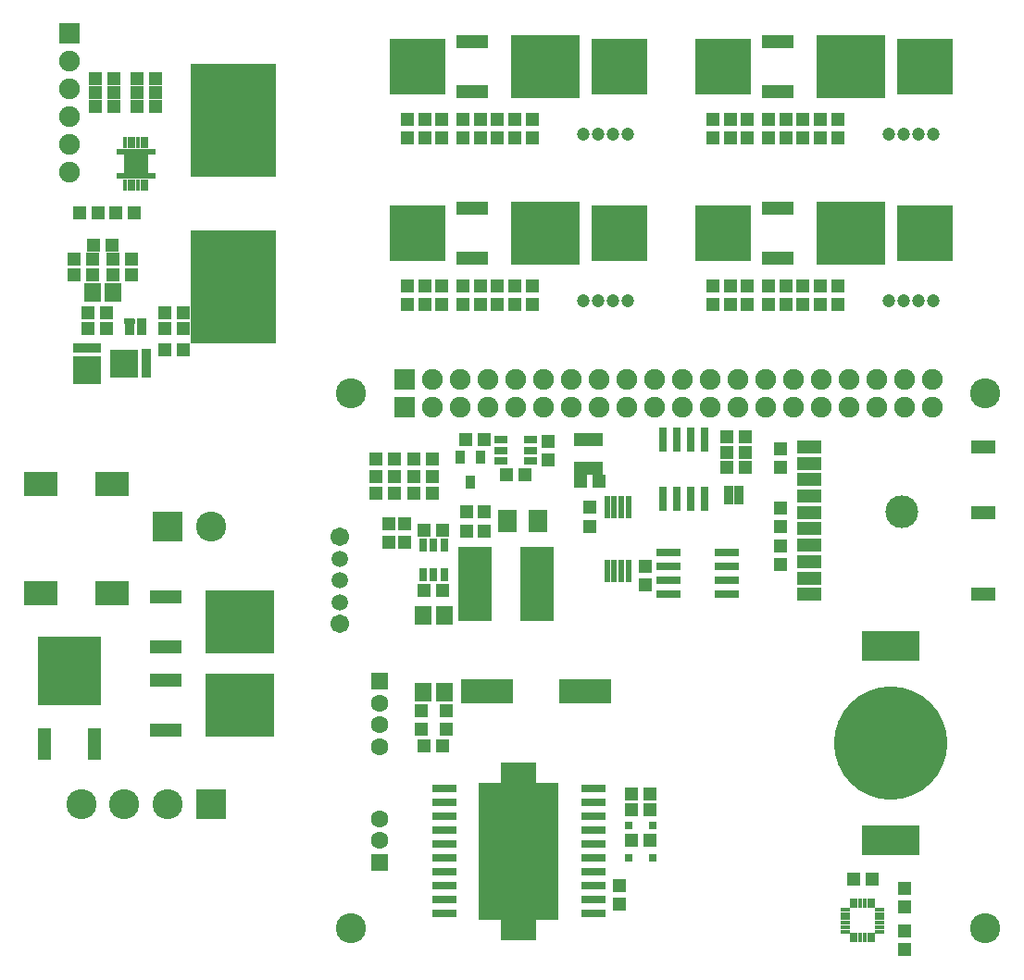
<source format=gts>
G04 DipTrace 3.0.0.1*
G04 panel1.GTS*
%MOIN*%
G04 #@! TF.FileFunction,Soldermask,Top*
G04 #@! TF.Part,Single*
%AMOUTLINE1*
4,1,7,
-0.05126,0.049488,
0.05126,0.049488,
0.05126,-0.049488,
0.025512,-0.049488,
-7.9E-5,-0.049488,
-0.02567,-0.049488,
-0.05126,-0.049488,
-0.05126,0.049488,
0*%
%AMOUTLINE4*
4,1,7,
0.049488,0.05126,
0.049488,-0.05126,
-0.049488,-0.05126,
-0.049488,-0.025512,
-0.049488,7.9E-5,
-0.049488,0.02567,
-0.049488,0.05126,
0.049488,0.05126,
0*%
%AMOUTLINE7*
4,1,12,
0.063071,0.24811,
0.141811,0.24811,
0.141811,-0.24811,
0.063071,-0.24811,
0.063071,-0.318977,
-0.063071,-0.318977,
-0.063071,-0.24811,
-0.141811,-0.24811,
-0.141811,0.24811,
-0.063071,0.24811,
-0.063071,0.318977,
0.063071,0.318977,
0.063071,0.24811,
0*%
%AMOUTLINE10*
4,1,12,
0.068977,0.052244,
0.068977,0.03437,
0.042402,0.03437,
0.042402,-0.03437,
0.068977,-0.03437,
0.068977,-0.052244,
-0.068977,-0.052244,
-0.068977,-0.03437,
-0.042402,-0.03437,
-0.042402,0.03437,
-0.068977,0.03437,
-0.068977,0.052244,
0.068977,0.052244,
0*%
%AMOUTLINE13*
4,1,5,
0.020748,-0.009528,
-0.020748,-0.009528,
-0.020748,0.009528,
0.014459,0.009528,
0.020748,0.003238,
0.020748,-0.009528,
0*%
%ADD80C,0.108268*%
%ADD81C,0.11811*%
%ADD92R,0.03756X0.019056*%
%ADD94O,0.015906X0.041497*%
%ADD96R,0.025749X0.047402*%
%ADD98R,0.02378X0.078898*%
%ADD100R,0.086772X0.047402*%
%ADD102O,0.035591X0.015906*%
%ADD104O,0.015906X0.035591*%
%ADD106R,0.031654X0.086772*%
%ADD108R,0.051339X0.031654*%
%ADD110R,0.086772X0.031654*%
%ADD112R,0.031654X0.051339*%
%ADD114C,0.067087*%
%ADD116C,0.059213*%
%ADD118R,0.032835X0.025749*%
%ADD120R,0.025749X0.032835*%
%ADD122R,0.226536X0.250158*%
%ADD124R,0.047402X0.1163*%
%ADD126R,0.033623X0.049371*%
%ADD128R,0.250158X0.226536*%
%ADD130R,0.1163X0.047402*%
%ADD134R,0.120237X0.267875*%
%ADD136R,0.038032X0.068032*%
%ADD138R,0.308032X0.408032*%
%ADD140C,0.074961*%
%ADD142R,0.074961X0.074961*%
%ADD144C,0.047402*%
%ADD146R,0.06315X0.06315*%
%ADD148C,0.06315*%
%ADD150C,0.108032*%
%ADD152R,0.108032X0.108032*%
%ADD154R,0.119056X0.086772*%
%ADD156R,0.031654X0.031654*%
%ADD158R,0.071024X0.078898*%
%ADD160R,0.059213X0.067087*%
%ADD162R,0.185197X0.090709*%
%ADD164R,0.047402X0.051339*%
%ADD166R,0.051339X0.047402*%
%ADD168R,0.208032X0.108032*%
%ADD170C,0.408032*%
%ADD176OUTLINE1*%
%ADD179OUTLINE4*%
%ADD182OUTLINE7*%
%ADD185OUTLINE10*%
%ADD188OUTLINE13*%
%FSLAX26Y26*%
G04*
G70*
G90*
G75*
G01*
G04 TopMask*
%LPD*%
D170*
X3573544Y1198445D3*
D168*
Y848445D3*
Y1548445D3*
D166*
X1963264Y1748441D3*
X1896335D3*
X2190099Y2167189D3*
X2257028D3*
D164*
X2692293Y1835945D3*
Y1769016D3*
X3623544Y610945D3*
Y677874D3*
Y523445D3*
Y456516D3*
D166*
X1963257Y1967141D3*
X1896328D3*
D164*
X3179936Y2260920D3*
Y2193991D3*
D166*
X3507008Y710945D3*
X3440079D3*
X2640079Y960945D3*
X2707008D3*
Y848445D3*
X2640079D3*
Y1017194D3*
X2707008D3*
D162*
X2121378Y1385945D3*
X2475709D3*
D160*
X1967200Y1660840D3*
X1892397D3*
D158*
X2304794Y1998446D3*
X2194558D3*
D164*
X2492294Y2048445D3*
Y1981516D3*
D166*
X1963260Y1188603D3*
X1896331D3*
X2523544Y2142196D3*
X2456614D3*
D164*
X3196956Y2846244D3*
Y2779315D3*
X2096956Y2846244D3*
Y2779315D3*
X3196956Y3446244D3*
Y3379315D3*
X2096956Y3446244D3*
Y3379315D3*
D166*
X860960Y3492775D3*
X927889D3*
X710962Y3592780D3*
X777891D3*
X785961Y3111528D3*
X852890D3*
X721639D3*
X654710D3*
X635961Y2942778D3*
X702890D3*
X840390D3*
X773461D3*
X704709Y2992778D3*
X771638D3*
X960961Y2692777D3*
X1027890D3*
X1721330Y2160946D3*
X1788259D3*
X1721330Y2223446D3*
X1788259D3*
D156*
X2630236Y904696D3*
X2716851D3*
Y785945D3*
X2630236D3*
D164*
X3179936Y1842126D3*
Y1909055D3*
D166*
X1721330Y2098446D3*
X1788259D3*
D164*
X2934456Y2846244D3*
Y2779315D3*
X3384456Y2846244D3*
Y2779315D3*
X1834456Y2846244D3*
Y2779315D3*
X2284456Y2846244D3*
Y2779315D3*
X2934456Y3446244D3*
Y3379315D3*
X3384456Y3446244D3*
Y3379315D3*
X1834456Y3446244D3*
Y3379315D3*
X2284456Y3446244D3*
Y3379315D3*
D154*
X515658Y1741754D3*
X515697Y2132305D3*
X772390D3*
X772440Y1741754D3*
D80*
X3915276Y531811D3*
X1631811Y2460945D3*
Y531811D3*
X3915276Y2460945D3*
D152*
X1127907Y980778D3*
D150*
X972002D3*
X816096D3*
X660191D3*
D148*
X1736044Y1344065D3*
D146*
Y1422805D3*
D148*
Y1265324D3*
Y1186584D3*
Y848445D3*
D146*
Y769705D3*
D148*
Y927185D3*
D152*
X972002Y1980778D3*
D150*
X1127907D3*
D144*
X3567231Y2794029D3*
X3620381D3*
X3673530D3*
X3726680D3*
X2467231D3*
X2520381D3*
X2573530D3*
X2626680D3*
X3567231Y3394029D3*
X3620381D3*
X3673530D3*
X3726680D3*
X2467231D3*
X2520381D3*
X2573530D3*
X2626680D3*
D142*
X619418Y3755278D3*
D140*
Y3655278D3*
Y3555278D3*
Y3455278D3*
Y3355278D3*
Y3255278D3*
D138*
X1206924Y3442778D3*
Y2842778D3*
D142*
X1823544Y2410945D3*
D140*
X1923544D3*
X2023544D3*
X2123544D3*
X2223544D3*
X2323544D3*
X2423544D3*
X2523544D3*
X2623544D3*
X2723544D3*
X2823544D3*
X2923544D3*
X3023544D3*
X3123544D3*
X3223544D3*
X3323544D3*
X3423544D3*
X3523544D3*
X3623544D3*
X3723544D3*
D142*
X1823544Y2510945D3*
D140*
X1923544D3*
X2023544D3*
X2123544D3*
X2223544D3*
X2323544D3*
X2423544D3*
X2523544D3*
X2623544D3*
X2723544D3*
X2823544D3*
X2923544D3*
X3023544D3*
X3123544D3*
X3223544D3*
X3323544D3*
X3423544D3*
X3523544D3*
X3623544D3*
X3723544D3*
D136*
X2992424Y2092149D3*
X3029924D3*
D134*
X2079793Y1773445D3*
X2302234D3*
D130*
X966194Y1426792D3*
Y1247264D3*
D128*
X1229974Y1337028D3*
D126*
X2098458Y2231189D3*
X2023655D3*
X2061057Y2140638D3*
D130*
X966194Y1726790D3*
Y1547263D3*
D128*
X1229974Y1637027D3*
D124*
X529285Y1196672D3*
X708813D3*
D122*
X619049Y1460452D3*
D130*
X3169101Y3127544D3*
Y2948016D3*
D128*
X3432881Y3037780D3*
D130*
X2069101Y3127544D3*
Y2948016D3*
D128*
X2332881Y3037780D3*
D130*
X3169101Y3727544D3*
Y3548016D3*
D128*
X3432881Y3637780D3*
D130*
X2069101Y3727544D3*
Y3548016D3*
D128*
X2332881Y3637780D3*
D120*
X719915Y2624275D3*
X694718D3*
X669128D3*
X643537D3*
D176*
X681923Y2544353D3*
D118*
X894670Y2529786D3*
Y2554983D3*
Y2580574D3*
Y2606164D3*
D179*
X814748Y2567778D3*
D164*
X2048555Y1964929D3*
Y2031859D3*
X2111062D3*
Y1964929D3*
X1767293Y1990374D3*
Y1923445D3*
X1823542D3*
Y1990374D3*
X3179936Y1979641D3*
Y2046570D3*
D166*
X1925759Y2098446D3*
X1858830D3*
D160*
X1967197Y1382352D3*
X1892394D3*
D164*
X2342324Y2221206D3*
Y2288135D3*
D166*
X2113242Y2292146D3*
X2046313D3*
X3050740Y2192200D3*
X2983811D3*
X3050890Y2304670D3*
X2983961D3*
X3050890Y2248414D3*
X2983961D3*
D164*
X1973545Y1248889D3*
Y1315818D3*
X1886045Y1248889D3*
Y1315818D3*
X2598544Y688159D3*
Y621230D3*
D166*
X1925759Y2160946D3*
X1858830D3*
X1925759Y2223446D3*
X1858830D3*
D164*
X3059456Y2846244D3*
Y2779315D3*
X3134456Y2846244D3*
Y2779315D3*
X3259456D3*
Y2846244D3*
X2996956D3*
Y2779315D3*
X3321956D3*
Y2846244D3*
X1959456D3*
Y2779315D3*
X2034456Y2846244D3*
Y2779315D3*
X2159456D3*
Y2846244D3*
X1896956D3*
Y2779315D3*
X2221956D3*
Y2846244D3*
X3059456Y3446244D3*
Y3379315D3*
X3134456Y3446244D3*
Y3379315D3*
X3259456D3*
Y3446244D3*
X2996956D3*
Y3379315D3*
X3321956D3*
Y3446244D3*
X1959456D3*
Y3379315D3*
X2034456Y3446244D3*
Y3379315D3*
X2159456D3*
Y3446244D3*
X1896956D3*
Y3379315D3*
X2221956D3*
Y3446244D3*
D166*
X927889Y3592777D3*
X860960D3*
X777891Y3542778D3*
X710962D3*
Y3492778D3*
X777891D3*
X927889Y3542776D3*
X860960D3*
D160*
X700772Y2824028D3*
X775575D3*
D166*
X702890Y2886527D3*
X635961D3*
X773461D3*
X840390D3*
X685960Y2692777D3*
X752889D3*
X1027890Y2617778D3*
X960961D3*
Y2749028D3*
X1027890D3*
X685960D3*
X752889D3*
D116*
X1592293Y1707205D3*
Y1785945D3*
Y1864685D3*
D114*
Y1628465D3*
Y1943425D3*
D112*
X1892398Y1807792D3*
X1929799D3*
X1967201D3*
Y1914091D3*
X1929799D3*
X1892398D3*
D110*
X2773544Y1885945D3*
Y1835945D3*
Y1785945D3*
Y1735945D3*
X2986142D3*
Y1785945D3*
Y1835945D3*
Y1885945D3*
D108*
X2276725Y2217268D3*
Y2254670D3*
Y2292071D3*
X2170425D3*
Y2254670D3*
Y2217268D3*
D106*
X2904793Y2292244D3*
X2854793D3*
X2804793D3*
X2754793D3*
Y2079646D3*
X2804793D3*
X2854793D3*
X2904793D3*
D104*
X3434173Y499922D3*
X3449922D3*
X3465670D3*
X3481418D3*
X3497166D3*
D102*
X3534567Y521575D3*
Y537323D3*
Y553071D3*
Y568819D3*
Y584567D3*
D104*
X3497166Y621969D3*
X3481418D3*
X3465670D3*
X3449922D3*
X3434173D3*
D102*
X3412520Y584567D3*
Y568819D3*
Y553071D3*
Y537323D3*
Y521575D3*
X3534567Y600315D3*
X3412520D3*
D104*
X3512914Y499922D3*
Y621969D3*
D100*
X3279946Y2267170D3*
Y2208114D3*
Y2149059D3*
Y2090004D3*
Y2030949D3*
Y1971894D3*
Y1912839D3*
Y1853784D3*
Y1794729D3*
Y1735673D3*
X3909868D3*
Y2030949D3*
Y2267170D3*
D81*
X3614592Y2034886D3*
D110*
X1968370Y1035767D3*
Y985767D3*
Y935767D3*
Y885767D3*
Y835767D3*
Y785767D3*
Y735767D3*
Y685767D3*
Y635767D3*
Y585767D3*
X2503803D3*
Y635767D3*
Y685767D3*
Y735767D3*
Y785767D3*
Y835767D3*
Y885767D3*
Y935767D3*
Y985767D3*
Y1035767D3*
D182*
X2236087Y810767D3*
D98*
X2553907Y1821772D3*
X2579498D3*
X2605088D3*
X2630679D3*
Y2050118D3*
X2605088D3*
X2579498D3*
X2553907D3*
D96*
X2447658Y2191013D3*
X2473248D3*
X2498839D3*
X2524429D3*
Y2293376D3*
X2498839D3*
X2473248D3*
X2447658D3*
D94*
X817554Y3208772D3*
X833302D3*
X849050D3*
X864798D3*
X880546D3*
X896294D3*
Y3364284D3*
X880546D3*
X864798D3*
X849050D3*
X833302D3*
X817554D3*
D185*
X856924Y3286528D3*
D188*
X836255Y2718713D3*
D92*
X834286Y2699028D3*
Y2679343D3*
X879562D3*
Y2699028D3*
Y2718713D3*
G36*
X2871956Y3137780D2*
X3071956D1*
Y2937780D1*
X2871956D1*
Y3137780D1*
G37*
G36*
X3596956D2*
X3796956D1*
Y2937780D1*
X3596956D1*
Y3137780D1*
G37*
G36*
X1771956D2*
X1971956D1*
Y2937780D1*
X1771956D1*
Y3137780D1*
G37*
G36*
X2496956D2*
X2696956D1*
Y2937780D1*
X2496956D1*
Y3137780D1*
G37*
G36*
X2871956Y3737780D2*
X3071956D1*
Y3537780D1*
X2871956D1*
Y3737780D1*
G37*
G36*
X3596956D2*
X3796956D1*
Y3537780D1*
X3596956D1*
Y3737780D1*
G37*
G36*
X1771956D2*
X1971956D1*
Y3537780D1*
X1771956D1*
Y3737780D1*
G37*
G36*
X2496956D2*
X2696956D1*
Y3537780D1*
X2496956D1*
Y3737780D1*
G37*
M02*

</source>
